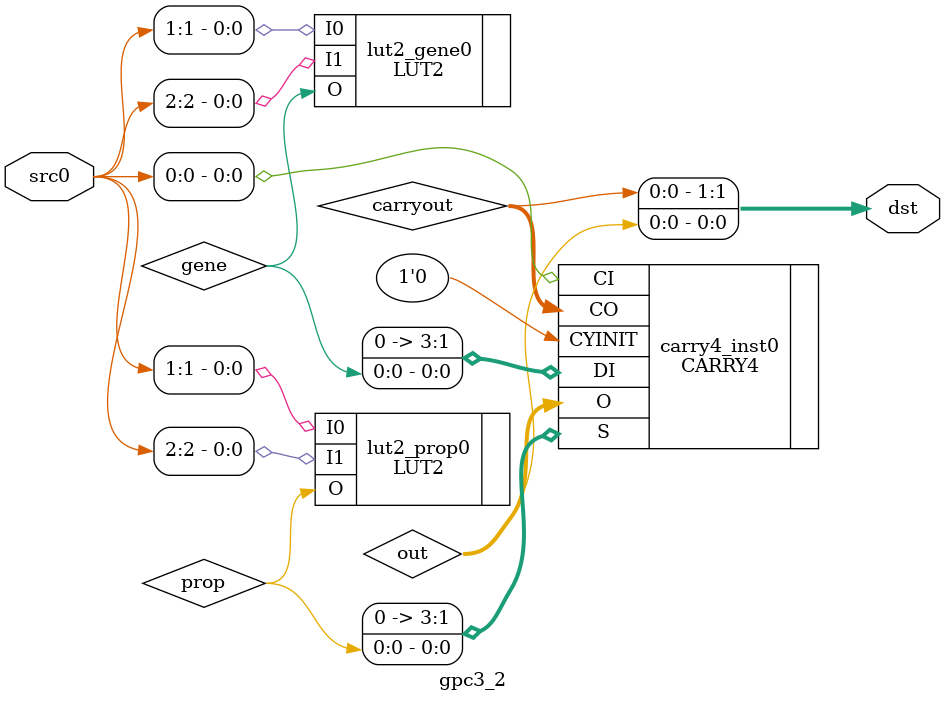
<source format=v>
module gpc3_2(input [2:0] src0, output [1:0] dst);
    wire [0:0] gene;
    wire [0:0] prop;
    wire [3:0] out;
    wire [3:0] carryout;
    LUT2 #(
        .INIT(4'h8)
    ) lut2_gene0(
        .O(gene[0]),
        .I0(src0[1]),
        .I1(src0[2])
    );
    LUT2 #(
        .INIT(4'h6)
    ) lut2_prop0(
        .O(prop[0]),
        .I0(src0[1]),
        .I1(src0[2])
    );
    CARRY4 carry4_inst0(
        .CO(carryout[3:0]),
        .O(out[3:0]),
        .CYINIT(1'h0),
        .CI(src0[0]),
        .DI({3'h0, gene[0:0]}),
        .S({3'h0, prop[0:0]})
    );
    assign dst = {carryout[0], out[0]};
endmodule


</source>
